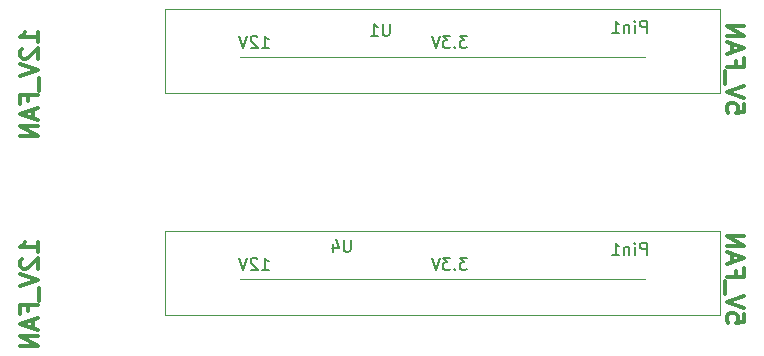
<source format=gbr>
%TF.GenerationSoftware,KiCad,Pcbnew,(5.1.10)-1*%
%TF.CreationDate,2021-07-14T07:55:42+08:00*%
%TF.ProjectId,2.5_SAS_Backend,322e355f-5341-4535-9f42-61636b656e64,rev?*%
%TF.SameCoordinates,Original*%
%TF.FileFunction,Legend,Bot*%
%TF.FilePolarity,Positive*%
%FSLAX46Y46*%
G04 Gerber Fmt 4.6, Leading zero omitted, Abs format (unit mm)*
G04 Created by KiCad (PCBNEW (5.1.10)-1) date 2021-07-14 07:55:42*
%MOMM*%
%LPD*%
G01*
G04 APERTURE LIST*
%ADD10C,0.300000*%
%ADD11C,0.120000*%
%ADD12C,0.150000*%
G04 APERTURE END LIST*
D10*
X37508571Y-35798571D02*
X37508571Y-34941428D01*
X37508571Y-35370000D02*
X36008571Y-35370000D01*
X36222857Y-35227142D01*
X36365714Y-35084285D01*
X36437142Y-34941428D01*
X36151428Y-36370000D02*
X36080000Y-36441428D01*
X36008571Y-36584285D01*
X36008571Y-36941428D01*
X36080000Y-37084285D01*
X36151428Y-37155714D01*
X36294285Y-37227142D01*
X36437142Y-37227142D01*
X36651428Y-37155714D01*
X37508571Y-36298571D01*
X37508571Y-37227142D01*
X36008571Y-37655714D02*
X37508571Y-38155714D01*
X36008571Y-38655714D01*
X37651428Y-38798571D02*
X37651428Y-39941428D01*
X36722857Y-40798571D02*
X36722857Y-40298571D01*
X37508571Y-40298571D02*
X36008571Y-40298571D01*
X36008571Y-41012857D01*
X37080000Y-41512857D02*
X37080000Y-42227142D01*
X37508571Y-41370000D02*
X36008571Y-41870000D01*
X37508571Y-42370000D01*
X37508571Y-42870000D02*
X36008571Y-42870000D01*
X37508571Y-43727142D01*
X36008571Y-43727142D01*
X37508571Y-53578571D02*
X37508571Y-52721428D01*
X37508571Y-53150000D02*
X36008571Y-53150000D01*
X36222857Y-53007142D01*
X36365714Y-52864285D01*
X36437142Y-52721428D01*
X36151428Y-54150000D02*
X36080000Y-54221428D01*
X36008571Y-54364285D01*
X36008571Y-54721428D01*
X36080000Y-54864285D01*
X36151428Y-54935714D01*
X36294285Y-55007142D01*
X36437142Y-55007142D01*
X36651428Y-54935714D01*
X37508571Y-54078571D01*
X37508571Y-55007142D01*
X36008571Y-55435714D02*
X37508571Y-55935714D01*
X36008571Y-56435714D01*
X37651428Y-56578571D02*
X37651428Y-57721428D01*
X36722857Y-58578571D02*
X36722857Y-58078571D01*
X37508571Y-58078571D02*
X36008571Y-58078571D01*
X36008571Y-58792857D01*
X37080000Y-59292857D02*
X37080000Y-60007142D01*
X37508571Y-59150000D02*
X36008571Y-59650000D01*
X37508571Y-60150000D01*
X37508571Y-60650000D02*
X36008571Y-60650000D01*
X37508571Y-61507142D01*
X36008571Y-61507142D01*
X97341428Y-58808571D02*
X97341428Y-59522857D01*
X96627142Y-59594285D01*
X96698571Y-59522857D01*
X96770000Y-59380000D01*
X96770000Y-59022857D01*
X96698571Y-58880000D01*
X96627142Y-58808571D01*
X96484285Y-58737142D01*
X96127142Y-58737142D01*
X95984285Y-58808571D01*
X95912857Y-58880000D01*
X95841428Y-59022857D01*
X95841428Y-59380000D01*
X95912857Y-59522857D01*
X95984285Y-59594285D01*
X97341428Y-58308571D02*
X95841428Y-57808571D01*
X97341428Y-57308571D01*
X95698571Y-57165714D02*
X95698571Y-56022857D01*
X96627142Y-55165714D02*
X96627142Y-55665714D01*
X95841428Y-55665714D02*
X97341428Y-55665714D01*
X97341428Y-54951428D01*
X96270000Y-54451428D02*
X96270000Y-53737142D01*
X95841428Y-54594285D02*
X97341428Y-54094285D01*
X95841428Y-53594285D01*
X95841428Y-53094285D02*
X97341428Y-53094285D01*
X95841428Y-52237142D01*
X97341428Y-52237142D01*
X97341428Y-41028571D02*
X97341428Y-41742857D01*
X96627142Y-41814285D01*
X96698571Y-41742857D01*
X96770000Y-41600000D01*
X96770000Y-41242857D01*
X96698571Y-41100000D01*
X96627142Y-41028571D01*
X96484285Y-40957142D01*
X96127142Y-40957142D01*
X95984285Y-41028571D01*
X95912857Y-41100000D01*
X95841428Y-41242857D01*
X95841428Y-41600000D01*
X95912857Y-41742857D01*
X95984285Y-41814285D01*
X97341428Y-40528571D02*
X95841428Y-40028571D01*
X97341428Y-39528571D01*
X95698571Y-39385714D02*
X95698571Y-38242857D01*
X96627142Y-37385714D02*
X96627142Y-37885714D01*
X95841428Y-37885714D02*
X97341428Y-37885714D01*
X97341428Y-37171428D01*
X96270000Y-36671428D02*
X96270000Y-35957142D01*
X95841428Y-36814285D02*
X97341428Y-36314285D01*
X95841428Y-35814285D01*
X95841428Y-35314285D02*
X97341428Y-35314285D01*
X95841428Y-34457142D01*
X97341428Y-34457142D01*
D11*
%TO.C,U4*%
X48260000Y-58420000D02*
X48260000Y-53340000D01*
X48260000Y-53340000D02*
X48260000Y-51816000D01*
X48260000Y-51816000D02*
X95250000Y-51816000D01*
X95250000Y-51816000D02*
X95250000Y-58928000D01*
X95250000Y-58928000D02*
X48260000Y-58928000D01*
X48260000Y-58928000D02*
X48260000Y-58420000D01*
X54610000Y-55880000D02*
X88900000Y-55880000D01*
%TO.C,U1*%
X48260000Y-39624000D02*
X48260000Y-34544000D01*
X48260000Y-34544000D02*
X48260000Y-33020000D01*
X48260000Y-33020000D02*
X95250000Y-33020000D01*
X95250000Y-33020000D02*
X95250000Y-40132000D01*
X95250000Y-40132000D02*
X48260000Y-40132000D01*
X48260000Y-40132000D02*
X48260000Y-39624000D01*
X54610000Y-37084000D02*
X88900000Y-37084000D01*
%TO.C,U4*%
D12*
X64007904Y-52538380D02*
X64007904Y-53347904D01*
X63960285Y-53443142D01*
X63912666Y-53490761D01*
X63817428Y-53538380D01*
X63626952Y-53538380D01*
X63531714Y-53490761D01*
X63484095Y-53443142D01*
X63436476Y-53347904D01*
X63436476Y-52538380D01*
X62531714Y-52871714D02*
X62531714Y-53538380D01*
X62769809Y-52490761D02*
X63007904Y-53205047D01*
X62388857Y-53205047D01*
X56499047Y-55062380D02*
X57070476Y-55062380D01*
X56784761Y-55062380D02*
X56784761Y-54062380D01*
X56880000Y-54205238D01*
X56975238Y-54300476D01*
X57070476Y-54348095D01*
X56118095Y-54157619D02*
X56070476Y-54110000D01*
X55975238Y-54062380D01*
X55737142Y-54062380D01*
X55641904Y-54110000D01*
X55594285Y-54157619D01*
X55546666Y-54252857D01*
X55546666Y-54348095D01*
X55594285Y-54490952D01*
X56165714Y-55062380D01*
X55546666Y-55062380D01*
X55260952Y-54062380D02*
X54927619Y-55062380D01*
X54594285Y-54062380D01*
X73866190Y-54062380D02*
X73247142Y-54062380D01*
X73580476Y-54443333D01*
X73437619Y-54443333D01*
X73342380Y-54490952D01*
X73294761Y-54538571D01*
X73247142Y-54633809D01*
X73247142Y-54871904D01*
X73294761Y-54967142D01*
X73342380Y-55014761D01*
X73437619Y-55062380D01*
X73723333Y-55062380D01*
X73818571Y-55014761D01*
X73866190Y-54967142D01*
X72818571Y-54967142D02*
X72770952Y-55014761D01*
X72818571Y-55062380D01*
X72866190Y-55014761D01*
X72818571Y-54967142D01*
X72818571Y-55062380D01*
X72437619Y-54062380D02*
X71818571Y-54062380D01*
X72151904Y-54443333D01*
X72009047Y-54443333D01*
X71913809Y-54490952D01*
X71866190Y-54538571D01*
X71818571Y-54633809D01*
X71818571Y-54871904D01*
X71866190Y-54967142D01*
X71913809Y-55014761D01*
X72009047Y-55062380D01*
X72294761Y-55062380D01*
X72390000Y-55014761D01*
X72437619Y-54967142D01*
X71532857Y-54062380D02*
X71199523Y-55062380D01*
X70866190Y-54062380D01*
X89058571Y-53792380D02*
X89058571Y-52792380D01*
X88677619Y-52792380D01*
X88582380Y-52840000D01*
X88534761Y-52887619D01*
X88487142Y-52982857D01*
X88487142Y-53125714D01*
X88534761Y-53220952D01*
X88582380Y-53268571D01*
X88677619Y-53316190D01*
X89058571Y-53316190D01*
X88058571Y-53792380D02*
X88058571Y-53125714D01*
X88058571Y-52792380D02*
X88106190Y-52840000D01*
X88058571Y-52887619D01*
X88010952Y-52840000D01*
X88058571Y-52792380D01*
X88058571Y-52887619D01*
X87582380Y-53125714D02*
X87582380Y-53792380D01*
X87582380Y-53220952D02*
X87534761Y-53173333D01*
X87439523Y-53125714D01*
X87296666Y-53125714D01*
X87201428Y-53173333D01*
X87153809Y-53268571D01*
X87153809Y-53792380D01*
X86153809Y-53792380D02*
X86725238Y-53792380D01*
X86439523Y-53792380D02*
X86439523Y-52792380D01*
X86534761Y-52935238D01*
X86630000Y-53030476D01*
X86725238Y-53078095D01*
%TO.C,U1*%
X67309904Y-34250380D02*
X67309904Y-35059904D01*
X67262285Y-35155142D01*
X67214666Y-35202761D01*
X67119428Y-35250380D01*
X66928952Y-35250380D01*
X66833714Y-35202761D01*
X66786095Y-35155142D01*
X66738476Y-35059904D01*
X66738476Y-34250380D01*
X65738476Y-35250380D02*
X66309904Y-35250380D01*
X66024190Y-35250380D02*
X66024190Y-34250380D01*
X66119428Y-34393238D01*
X66214666Y-34488476D01*
X66309904Y-34536095D01*
X56499047Y-36266380D02*
X57070476Y-36266380D01*
X56784761Y-36266380D02*
X56784761Y-35266380D01*
X56880000Y-35409238D01*
X56975238Y-35504476D01*
X57070476Y-35552095D01*
X56118095Y-35361619D02*
X56070476Y-35314000D01*
X55975238Y-35266380D01*
X55737142Y-35266380D01*
X55641904Y-35314000D01*
X55594285Y-35361619D01*
X55546666Y-35456857D01*
X55546666Y-35552095D01*
X55594285Y-35694952D01*
X56165714Y-36266380D01*
X55546666Y-36266380D01*
X55260952Y-35266380D02*
X54927619Y-36266380D01*
X54594285Y-35266380D01*
X73866190Y-35266380D02*
X73247142Y-35266380D01*
X73580476Y-35647333D01*
X73437619Y-35647333D01*
X73342380Y-35694952D01*
X73294761Y-35742571D01*
X73247142Y-35837809D01*
X73247142Y-36075904D01*
X73294761Y-36171142D01*
X73342380Y-36218761D01*
X73437619Y-36266380D01*
X73723333Y-36266380D01*
X73818571Y-36218761D01*
X73866190Y-36171142D01*
X72818571Y-36171142D02*
X72770952Y-36218761D01*
X72818571Y-36266380D01*
X72866190Y-36218761D01*
X72818571Y-36171142D01*
X72818571Y-36266380D01*
X72437619Y-35266380D02*
X71818571Y-35266380D01*
X72151904Y-35647333D01*
X72009047Y-35647333D01*
X71913809Y-35694952D01*
X71866190Y-35742571D01*
X71818571Y-35837809D01*
X71818571Y-36075904D01*
X71866190Y-36171142D01*
X71913809Y-36218761D01*
X72009047Y-36266380D01*
X72294761Y-36266380D01*
X72390000Y-36218761D01*
X72437619Y-36171142D01*
X71532857Y-35266380D02*
X71199523Y-36266380D01*
X70866190Y-35266380D01*
X89058571Y-34996380D02*
X89058571Y-33996380D01*
X88677619Y-33996380D01*
X88582380Y-34044000D01*
X88534761Y-34091619D01*
X88487142Y-34186857D01*
X88487142Y-34329714D01*
X88534761Y-34424952D01*
X88582380Y-34472571D01*
X88677619Y-34520190D01*
X89058571Y-34520190D01*
X88058571Y-34996380D02*
X88058571Y-34329714D01*
X88058571Y-33996380D02*
X88106190Y-34044000D01*
X88058571Y-34091619D01*
X88010952Y-34044000D01*
X88058571Y-33996380D01*
X88058571Y-34091619D01*
X87582380Y-34329714D02*
X87582380Y-34996380D01*
X87582380Y-34424952D02*
X87534761Y-34377333D01*
X87439523Y-34329714D01*
X87296666Y-34329714D01*
X87201428Y-34377333D01*
X87153809Y-34472571D01*
X87153809Y-34996380D01*
X86153809Y-34996380D02*
X86725238Y-34996380D01*
X86439523Y-34996380D02*
X86439523Y-33996380D01*
X86534761Y-34139238D01*
X86630000Y-34234476D01*
X86725238Y-34282095D01*
%TD*%
M02*

</source>
